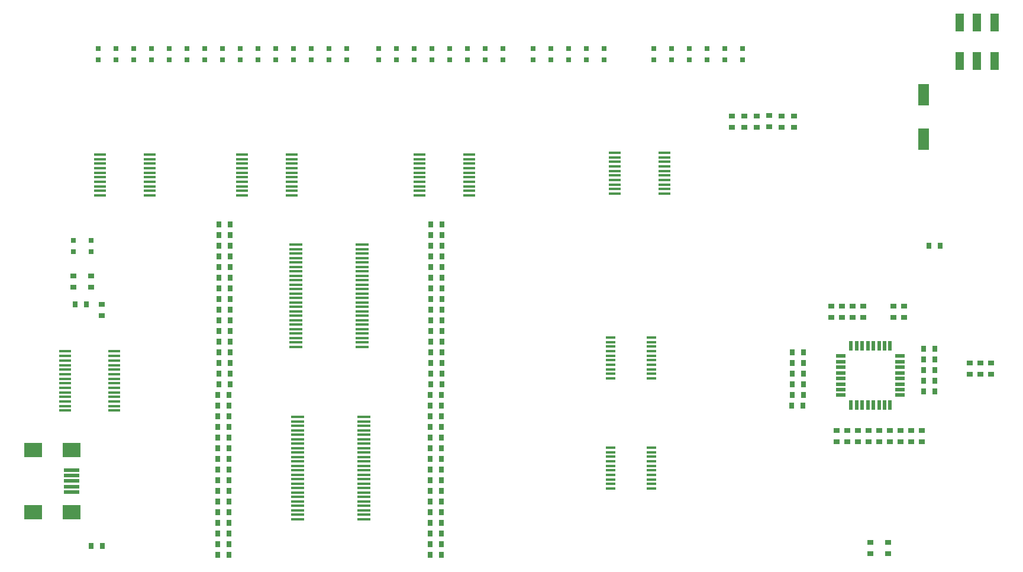
<source format=gtp>
G04*
G04 #@! TF.GenerationSoftware,Altium Limited,Altium Designer,22.3.1 (43)*
G04*
G04 Layer_Color=8421504*
%FSLAX25Y25*%
%MOIN*%
G70*
G04*
G04 #@! TF.SameCoordinates,F15A7EA6-3F3C-4714-8FA7-CF7AF9E4284A*
G04*
G04*
G04 #@! TF.FilePolarity,Positive*
G04*
G01*
G75*
%ADD17R,0.03150X0.03150*%
%ADD18R,0.03740X0.03150*%
%ADD19R,0.03150X0.03740*%
%ADD20R,0.07480X0.01713*%
%ADD21R,0.05807X0.01772*%
%ADD22R,0.06000X0.12000*%
%ADD23R,0.02362X0.05807*%
%ADD24R,0.05807X0.02362*%
%ADD25R,0.09055X0.01968*%
%ADD26R,0.09843X0.07874*%
%ADD27R,0.07087X0.01772*%
%ADD28R,0.06693X0.01772*%
%ADD29R,0.04724X0.09843*%
D17*
X408000Y334850D02*
D03*
Y341150D02*
D03*
X398000D02*
D03*
Y334850D02*
D03*
X368000D02*
D03*
Y341150D02*
D03*
X388000Y334850D02*
D03*
Y341150D02*
D03*
X378000Y334850D02*
D03*
Y341150D02*
D03*
X358000Y334850D02*
D03*
Y341150D02*
D03*
X300000D02*
D03*
Y334850D02*
D03*
X213000Y341150D02*
D03*
Y334850D02*
D03*
X135000Y341150D02*
D03*
Y334850D02*
D03*
X55000D02*
D03*
Y341150D02*
D03*
X330000Y334850D02*
D03*
Y341150D02*
D03*
X310000Y334850D02*
D03*
Y341150D02*
D03*
X320000Y334850D02*
D03*
Y341150D02*
D03*
X263000Y334850D02*
D03*
Y341150D02*
D03*
X125000Y334850D02*
D03*
Y341150D02*
D03*
X243000Y334850D02*
D03*
Y341150D02*
D03*
X85000Y334850D02*
D03*
Y341150D02*
D03*
X75000Y334850D02*
D03*
Y341150D02*
D03*
X203000Y334850D02*
D03*
Y341150D02*
D03*
X253000Y334850D02*
D03*
Y341150D02*
D03*
X290000Y334850D02*
D03*
Y341150D02*
D03*
X273000Y334850D02*
D03*
Y341150D02*
D03*
X115000Y334850D02*
D03*
Y341150D02*
D03*
X65000Y334850D02*
D03*
Y341150D02*
D03*
X223000Y334850D02*
D03*
Y341150D02*
D03*
X105000Y334850D02*
D03*
Y341150D02*
D03*
X233000Y334850D02*
D03*
Y341150D02*
D03*
X95000Y334850D02*
D03*
Y341150D02*
D03*
X185000Y334850D02*
D03*
Y341150D02*
D03*
X175000Y334850D02*
D03*
Y341150D02*
D03*
X155000Y334850D02*
D03*
Y341150D02*
D03*
X165000Y334850D02*
D03*
Y341150D02*
D03*
X45000Y334850D02*
D03*
Y341150D02*
D03*
X145000Y334850D02*
D03*
Y341150D02*
D03*
X31000Y233150D02*
D03*
Y226850D02*
D03*
X41000Y233150D02*
D03*
Y226850D02*
D03*
D18*
X437000Y303150D02*
D03*
Y296850D02*
D03*
X409000D02*
D03*
Y303150D02*
D03*
X402000Y296850D02*
D03*
Y303150D02*
D03*
X416000Y296850D02*
D03*
Y303150D02*
D03*
X423000Y297000D02*
D03*
Y303299D02*
D03*
X430000Y296850D02*
D03*
Y303150D02*
D03*
X509000Y126150D02*
D03*
Y119850D02*
D03*
X503000Y126150D02*
D03*
Y119850D02*
D03*
X497000Y126150D02*
D03*
Y119850D02*
D03*
X491000Y126150D02*
D03*
Y119850D02*
D03*
X485000Y126150D02*
D03*
Y119850D02*
D03*
X479000Y126150D02*
D03*
Y119850D02*
D03*
X473000Y126150D02*
D03*
Y119850D02*
D03*
X467000D02*
D03*
Y126150D02*
D03*
X480000Y63150D02*
D03*
Y56850D02*
D03*
X490000Y63150D02*
D03*
Y56850D02*
D03*
X461000Y119850D02*
D03*
Y126150D02*
D03*
X542000Y157850D02*
D03*
Y164150D02*
D03*
X499000Y189850D02*
D03*
Y196150D02*
D03*
X458000D02*
D03*
Y189850D02*
D03*
X536000Y157850D02*
D03*
Y164150D02*
D03*
X548000Y157850D02*
D03*
Y164150D02*
D03*
X476000Y196150D02*
D03*
Y189850D02*
D03*
X464000Y196150D02*
D03*
Y189850D02*
D03*
X493000D02*
D03*
Y196150D02*
D03*
X470000D02*
D03*
Y189850D02*
D03*
X47000Y190850D02*
D03*
Y197150D02*
D03*
X31000Y213150D02*
D03*
Y206850D02*
D03*
X41000Y213150D02*
D03*
Y206850D02*
D03*
D19*
X112350Y134000D02*
D03*
X118650D02*
D03*
X232350Y224000D02*
D03*
X238650D02*
D03*
X232350Y230000D02*
D03*
X238650D02*
D03*
X232350Y218000D02*
D03*
X238650D02*
D03*
X232350Y236000D02*
D03*
X238650D02*
D03*
X232350Y242000D02*
D03*
X238650D02*
D03*
X112850D02*
D03*
X119150D02*
D03*
X112850Y236000D02*
D03*
X119150D02*
D03*
X112850Y230000D02*
D03*
X119150D02*
D03*
X112850Y224000D02*
D03*
X119150D02*
D03*
X112850Y218000D02*
D03*
X119150D02*
D03*
X112850Y176000D02*
D03*
X119150D02*
D03*
X112850Y170000D02*
D03*
X119150D02*
D03*
X112850Y164000D02*
D03*
X119150D02*
D03*
X232350D02*
D03*
X238650D02*
D03*
X232350Y170000D02*
D03*
X238650D02*
D03*
X232350Y158000D02*
D03*
X238650D02*
D03*
X112850D02*
D03*
X119150D02*
D03*
X112850Y152000D02*
D03*
X119150D02*
D03*
X112850Y200000D02*
D03*
X119150D02*
D03*
X112850Y194000D02*
D03*
X119150D02*
D03*
X232350Y152000D02*
D03*
X238650D02*
D03*
X232350Y194000D02*
D03*
X238650D02*
D03*
X232350Y212000D02*
D03*
X238650D02*
D03*
X232350Y206000D02*
D03*
X238650D02*
D03*
X232350Y200000D02*
D03*
X238650D02*
D03*
X112850Y182000D02*
D03*
X119150D02*
D03*
X112850Y188000D02*
D03*
X119150D02*
D03*
X112850Y212000D02*
D03*
X119150D02*
D03*
X112850Y206000D02*
D03*
X119150D02*
D03*
X232350Y188000D02*
D03*
X238650D02*
D03*
X232350Y182000D02*
D03*
X238650D02*
D03*
X232350Y176000D02*
D03*
X238650D02*
D03*
X238150Y62000D02*
D03*
X231850D02*
D03*
X118650D02*
D03*
X112350D02*
D03*
X238150Y56000D02*
D03*
X231850D02*
D03*
X118650D02*
D03*
X112350D02*
D03*
X238150Y80000D02*
D03*
X231850D02*
D03*
X118650Y74000D02*
D03*
X112350D02*
D03*
X118650Y80000D02*
D03*
X112350D02*
D03*
X238150Y86000D02*
D03*
X231850D02*
D03*
X118650Y68000D02*
D03*
X112350D02*
D03*
X435701Y140000D02*
D03*
X442000D02*
D03*
X435850Y146000D02*
D03*
X442150D02*
D03*
X238150Y74000D02*
D03*
X231850D02*
D03*
X238150Y68000D02*
D03*
X231850D02*
D03*
X435850Y158000D02*
D03*
X442150D02*
D03*
X238150Y98000D02*
D03*
X231850D02*
D03*
X509850Y154000D02*
D03*
X516150D02*
D03*
X435850Y152000D02*
D03*
X442150D02*
D03*
X509850Y148000D02*
D03*
X516150D02*
D03*
X118650Y122000D02*
D03*
X112350D02*
D03*
X509850Y166000D02*
D03*
X516150D02*
D03*
X238150Y104000D02*
D03*
X231850D02*
D03*
X118650Y110000D02*
D03*
X112350D02*
D03*
X512850Y230000D02*
D03*
X519150D02*
D03*
X238150Y128000D02*
D03*
X231850D02*
D03*
X118650Y116000D02*
D03*
X112350D02*
D03*
X118650Y104000D02*
D03*
X112350D02*
D03*
X118650Y86000D02*
D03*
X112350D02*
D03*
X435850Y170000D02*
D03*
X442150D02*
D03*
X118650Y92000D02*
D03*
X112350D02*
D03*
X238150Y134000D02*
D03*
X231850D02*
D03*
X118650Y98000D02*
D03*
X112350D02*
D03*
X118650Y128000D02*
D03*
X112350D02*
D03*
X509850Y160000D02*
D03*
X516150D02*
D03*
X238150Y146000D02*
D03*
X231850D02*
D03*
X238150Y116000D02*
D03*
X231850D02*
D03*
X118650Y146000D02*
D03*
X112350D02*
D03*
X118650Y140000D02*
D03*
X112350D02*
D03*
X509850Y172000D02*
D03*
X516150D02*
D03*
X435850Y164000D02*
D03*
X442150D02*
D03*
X238150Y110000D02*
D03*
X231850D02*
D03*
X238150Y92000D02*
D03*
X231850D02*
D03*
X238150Y140000D02*
D03*
X231850D02*
D03*
X238150Y122000D02*
D03*
X231850D02*
D03*
X38150Y197000D02*
D03*
X31850D02*
D03*
X47150Y61000D02*
D03*
X40850D02*
D03*
D20*
X194701Y133748D02*
D03*
Y131252D02*
D03*
Y128748D02*
D03*
Y126252D02*
D03*
Y123748D02*
D03*
Y121252D02*
D03*
Y118748D02*
D03*
Y116252D02*
D03*
Y113748D02*
D03*
Y111252D02*
D03*
Y108748D02*
D03*
Y106252D02*
D03*
Y103748D02*
D03*
Y101252D02*
D03*
Y98748D02*
D03*
Y96252D02*
D03*
Y93748D02*
D03*
Y91252D02*
D03*
Y88748D02*
D03*
Y86252D02*
D03*
Y83748D02*
D03*
Y81252D02*
D03*
Y78748D02*
D03*
Y76252D02*
D03*
X157299D02*
D03*
Y78748D02*
D03*
Y81252D02*
D03*
Y83748D02*
D03*
Y86252D02*
D03*
Y88748D02*
D03*
Y91252D02*
D03*
Y93748D02*
D03*
Y96252D02*
D03*
Y98748D02*
D03*
Y101252D02*
D03*
Y103748D02*
D03*
Y106252D02*
D03*
Y108748D02*
D03*
Y111252D02*
D03*
Y113748D02*
D03*
Y116252D02*
D03*
Y118748D02*
D03*
Y121252D02*
D03*
Y123748D02*
D03*
Y126252D02*
D03*
Y128748D02*
D03*
Y131252D02*
D03*
Y133748D02*
D03*
X193701Y173252D02*
D03*
Y175748D02*
D03*
Y178252D02*
D03*
Y180748D02*
D03*
Y183252D02*
D03*
Y185748D02*
D03*
Y188252D02*
D03*
Y190748D02*
D03*
Y193252D02*
D03*
Y195748D02*
D03*
Y198252D02*
D03*
Y200748D02*
D03*
Y203252D02*
D03*
Y205748D02*
D03*
Y208252D02*
D03*
Y210748D02*
D03*
Y213252D02*
D03*
Y215748D02*
D03*
Y218252D02*
D03*
Y220748D02*
D03*
Y223252D02*
D03*
Y225748D02*
D03*
Y228252D02*
D03*
Y230748D02*
D03*
X156299D02*
D03*
Y228252D02*
D03*
Y225748D02*
D03*
Y223252D02*
D03*
Y220748D02*
D03*
Y218252D02*
D03*
Y215748D02*
D03*
Y213252D02*
D03*
Y210748D02*
D03*
Y208252D02*
D03*
Y205748D02*
D03*
Y203252D02*
D03*
Y200748D02*
D03*
Y198252D02*
D03*
Y195748D02*
D03*
Y193252D02*
D03*
Y190748D02*
D03*
Y188252D02*
D03*
Y185748D02*
D03*
Y183252D02*
D03*
Y180748D02*
D03*
Y178252D02*
D03*
Y175748D02*
D03*
Y173252D02*
D03*
D21*
X356567Y116516D02*
D03*
Y113957D02*
D03*
Y111398D02*
D03*
Y108839D02*
D03*
Y106280D02*
D03*
Y103720D02*
D03*
Y101161D02*
D03*
Y98602D02*
D03*
Y96043D02*
D03*
Y93484D02*
D03*
X333433D02*
D03*
Y96043D02*
D03*
Y98602D02*
D03*
Y101161D02*
D03*
Y103720D02*
D03*
Y106280D02*
D03*
Y108839D02*
D03*
Y111398D02*
D03*
Y113957D02*
D03*
Y116516D02*
D03*
Y178516D02*
D03*
Y175957D02*
D03*
Y173398D02*
D03*
Y170839D02*
D03*
Y168280D02*
D03*
Y165720D02*
D03*
Y163161D02*
D03*
Y160602D02*
D03*
Y158043D02*
D03*
Y155484D02*
D03*
X356567D02*
D03*
Y158043D02*
D03*
Y160602D02*
D03*
Y163161D02*
D03*
Y165720D02*
D03*
Y168280D02*
D03*
Y170839D02*
D03*
Y173398D02*
D03*
Y175957D02*
D03*
Y178516D02*
D03*
D22*
X510000Y290000D02*
D03*
Y315000D02*
D03*
D23*
X468976Y173685D02*
D03*
X472126D02*
D03*
X475276D02*
D03*
X478425D02*
D03*
X481575D02*
D03*
X484724D02*
D03*
X487874D02*
D03*
X491024D02*
D03*
Y140315D02*
D03*
X487874D02*
D03*
X484724D02*
D03*
X481575D02*
D03*
X478425D02*
D03*
X475276D02*
D03*
X472126D02*
D03*
X468976D02*
D03*
D24*
X496685Y168024D02*
D03*
Y164874D02*
D03*
Y161724D02*
D03*
Y158575D02*
D03*
Y155425D02*
D03*
Y152276D02*
D03*
Y149126D02*
D03*
Y145976D02*
D03*
X463315D02*
D03*
Y149126D02*
D03*
Y152276D02*
D03*
Y155425D02*
D03*
Y158575D02*
D03*
Y161724D02*
D03*
Y164874D02*
D03*
Y168024D02*
D03*
D25*
X29842Y103961D02*
D03*
Y100811D02*
D03*
Y97661D02*
D03*
Y94512D02*
D03*
Y91362D02*
D03*
D26*
Y80142D02*
D03*
X8189D02*
D03*
Y115181D02*
D03*
X29842D02*
D03*
D27*
X363976Y282516D02*
D03*
Y279957D02*
D03*
Y277398D02*
D03*
Y274839D02*
D03*
Y272280D02*
D03*
Y269721D02*
D03*
Y267161D02*
D03*
Y264602D02*
D03*
Y262043D02*
D03*
Y259484D02*
D03*
X336024D02*
D03*
Y262043D02*
D03*
Y264602D02*
D03*
Y267161D02*
D03*
Y269721D02*
D03*
Y272280D02*
D03*
Y274839D02*
D03*
Y277398D02*
D03*
Y279957D02*
D03*
Y282516D02*
D03*
X46024Y281516D02*
D03*
Y278957D02*
D03*
Y276398D02*
D03*
Y273839D02*
D03*
Y271280D02*
D03*
Y268721D02*
D03*
Y266161D02*
D03*
Y263602D02*
D03*
Y261043D02*
D03*
Y258484D02*
D03*
X73976D02*
D03*
Y261043D02*
D03*
Y263602D02*
D03*
Y266161D02*
D03*
Y268721D02*
D03*
Y271280D02*
D03*
Y273839D02*
D03*
Y276398D02*
D03*
Y278957D02*
D03*
Y281516D02*
D03*
X226024D02*
D03*
Y278957D02*
D03*
Y276398D02*
D03*
Y273839D02*
D03*
Y271280D02*
D03*
Y268721D02*
D03*
Y266161D02*
D03*
Y263602D02*
D03*
Y261043D02*
D03*
Y258484D02*
D03*
X253976D02*
D03*
Y261043D02*
D03*
Y263602D02*
D03*
Y266161D02*
D03*
Y268721D02*
D03*
Y271280D02*
D03*
Y273839D02*
D03*
Y276398D02*
D03*
Y278957D02*
D03*
Y281516D02*
D03*
X126024D02*
D03*
Y278957D02*
D03*
Y276398D02*
D03*
Y273839D02*
D03*
Y271280D02*
D03*
Y268721D02*
D03*
Y266161D02*
D03*
Y263602D02*
D03*
Y261043D02*
D03*
Y258484D02*
D03*
X153976D02*
D03*
Y261043D02*
D03*
Y263602D02*
D03*
Y266161D02*
D03*
Y268721D02*
D03*
Y271280D02*
D03*
Y273839D02*
D03*
Y276398D02*
D03*
Y278957D02*
D03*
Y281516D02*
D03*
D28*
X26221Y170634D02*
D03*
Y168075D02*
D03*
Y165516D02*
D03*
Y162957D02*
D03*
Y160398D02*
D03*
Y157839D02*
D03*
Y155280D02*
D03*
Y152720D02*
D03*
Y150161D02*
D03*
Y147602D02*
D03*
Y145043D02*
D03*
Y142484D02*
D03*
Y139925D02*
D03*
Y137366D02*
D03*
X53780D02*
D03*
Y139925D02*
D03*
Y142484D02*
D03*
Y145043D02*
D03*
Y147602D02*
D03*
Y150161D02*
D03*
Y152720D02*
D03*
Y155280D02*
D03*
Y157839D02*
D03*
Y160398D02*
D03*
Y162957D02*
D03*
Y165516D02*
D03*
Y168075D02*
D03*
Y170634D02*
D03*
D29*
X530158Y334173D02*
D03*
X540000D02*
D03*
X549843D02*
D03*
Y355827D02*
D03*
X540000D02*
D03*
X530158D02*
D03*
M02*

</source>
